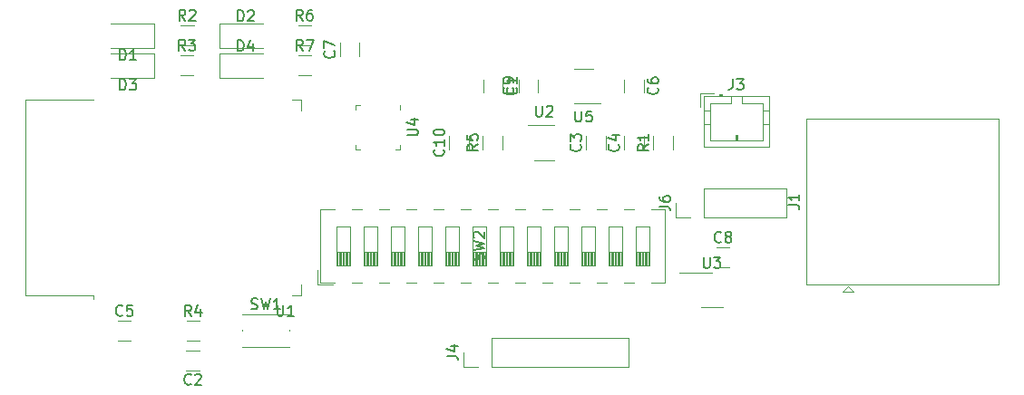
<source format=gbr>
G04 #@! TF.GenerationSoftware,KiCad,Pcbnew,5.1.5+dfsg1-2build2*
G04 #@! TF.CreationDate,2020-08-28T17:04:02+02:00*
G04 #@! TF.ProjectId,System Air,53797374-656d-4204-9169-722e6b696361,rev?*
G04 #@! TF.SameCoordinates,Original*
G04 #@! TF.FileFunction,Legend,Top*
G04 #@! TF.FilePolarity,Positive*
%FSLAX46Y46*%
G04 Gerber Fmt 4.6, Leading zero omitted, Abs format (unit mm)*
G04 Created by KiCad (PCBNEW 5.1.5+dfsg1-2build2) date 2020-08-28 17:04:02*
%MOMM*%
%LPD*%
G04 APERTURE LIST*
%ADD10C,0.120000*%
%ADD11C,0.150000*%
G04 APERTURE END LIST*
D10*
X148056600Y-101644533D02*
X149326600Y-101644533D01*
X149256600Y-102851200D02*
X149256600Y-101644533D01*
X149136600Y-102851200D02*
X149136600Y-101644533D01*
X149016600Y-102851200D02*
X149016600Y-101644533D01*
X148896600Y-102851200D02*
X148896600Y-101644533D01*
X148776600Y-102851200D02*
X148776600Y-101644533D01*
X148656600Y-102851200D02*
X148656600Y-101644533D01*
X148536600Y-102851200D02*
X148536600Y-101644533D01*
X148416600Y-102851200D02*
X148416600Y-101644533D01*
X148296600Y-102851200D02*
X148296600Y-101644533D01*
X148176600Y-102851200D02*
X148176600Y-101644533D01*
X148056600Y-99231200D02*
X148056600Y-102851200D01*
X149326600Y-99231200D02*
X148056600Y-99231200D01*
X149326600Y-102851200D02*
X149326600Y-99231200D01*
X148056600Y-102851200D02*
X149326600Y-102851200D01*
X145516600Y-101644533D02*
X146786600Y-101644533D01*
X146716600Y-102851200D02*
X146716600Y-101644533D01*
X146596600Y-102851200D02*
X146596600Y-101644533D01*
X146476600Y-102851200D02*
X146476600Y-101644533D01*
X146356600Y-102851200D02*
X146356600Y-101644533D01*
X146236600Y-102851200D02*
X146236600Y-101644533D01*
X146116600Y-102851200D02*
X146116600Y-101644533D01*
X145996600Y-102851200D02*
X145996600Y-101644533D01*
X145876600Y-102851200D02*
X145876600Y-101644533D01*
X145756600Y-102851200D02*
X145756600Y-101644533D01*
X145636600Y-102851200D02*
X145636600Y-101644533D01*
X145516600Y-99231200D02*
X145516600Y-102851200D01*
X146786600Y-99231200D02*
X145516600Y-99231200D01*
X146786600Y-102851200D02*
X146786600Y-99231200D01*
X145516600Y-102851200D02*
X146786600Y-102851200D01*
X142976600Y-101644533D02*
X144246600Y-101644533D01*
X144176600Y-102851200D02*
X144176600Y-101644533D01*
X144056600Y-102851200D02*
X144056600Y-101644533D01*
X143936600Y-102851200D02*
X143936600Y-101644533D01*
X143816600Y-102851200D02*
X143816600Y-101644533D01*
X143696600Y-102851200D02*
X143696600Y-101644533D01*
X143576600Y-102851200D02*
X143576600Y-101644533D01*
X143456600Y-102851200D02*
X143456600Y-101644533D01*
X143336600Y-102851200D02*
X143336600Y-101644533D01*
X143216600Y-102851200D02*
X143216600Y-101644533D01*
X143096600Y-102851200D02*
X143096600Y-101644533D01*
X142976600Y-99231200D02*
X142976600Y-102851200D01*
X144246600Y-99231200D02*
X142976600Y-99231200D01*
X144246600Y-102851200D02*
X144246600Y-99231200D01*
X142976600Y-102851200D02*
X144246600Y-102851200D01*
X140436600Y-101644533D02*
X141706600Y-101644533D01*
X141636600Y-102851200D02*
X141636600Y-101644533D01*
X141516600Y-102851200D02*
X141516600Y-101644533D01*
X141396600Y-102851200D02*
X141396600Y-101644533D01*
X141276600Y-102851200D02*
X141276600Y-101644533D01*
X141156600Y-102851200D02*
X141156600Y-101644533D01*
X141036600Y-102851200D02*
X141036600Y-101644533D01*
X140916600Y-102851200D02*
X140916600Y-101644533D01*
X140796600Y-102851200D02*
X140796600Y-101644533D01*
X140676600Y-102851200D02*
X140676600Y-101644533D01*
X140556600Y-102851200D02*
X140556600Y-101644533D01*
X140436600Y-99231200D02*
X140436600Y-102851200D01*
X141706600Y-99231200D02*
X140436600Y-99231200D01*
X141706600Y-102851200D02*
X141706600Y-99231200D01*
X140436600Y-102851200D02*
X141706600Y-102851200D01*
X137896600Y-101644533D02*
X139166600Y-101644533D01*
X139096600Y-102851200D02*
X139096600Y-101644533D01*
X138976600Y-102851200D02*
X138976600Y-101644533D01*
X138856600Y-102851200D02*
X138856600Y-101644533D01*
X138736600Y-102851200D02*
X138736600Y-101644533D01*
X138616600Y-102851200D02*
X138616600Y-101644533D01*
X138496600Y-102851200D02*
X138496600Y-101644533D01*
X138376600Y-102851200D02*
X138376600Y-101644533D01*
X138256600Y-102851200D02*
X138256600Y-101644533D01*
X138136600Y-102851200D02*
X138136600Y-101644533D01*
X138016600Y-102851200D02*
X138016600Y-101644533D01*
X137896600Y-99231200D02*
X137896600Y-102851200D01*
X139166600Y-99231200D02*
X137896600Y-99231200D01*
X139166600Y-102851200D02*
X139166600Y-99231200D01*
X137896600Y-102851200D02*
X139166600Y-102851200D01*
X135356600Y-101644533D02*
X136626600Y-101644533D01*
X136556600Y-102851200D02*
X136556600Y-101644533D01*
X136436600Y-102851200D02*
X136436600Y-101644533D01*
X136316600Y-102851200D02*
X136316600Y-101644533D01*
X136196600Y-102851200D02*
X136196600Y-101644533D01*
X136076600Y-102851200D02*
X136076600Y-101644533D01*
X135956600Y-102851200D02*
X135956600Y-101644533D01*
X135836600Y-102851200D02*
X135836600Y-101644533D01*
X135716600Y-102851200D02*
X135716600Y-101644533D01*
X135596600Y-102851200D02*
X135596600Y-101644533D01*
X135476600Y-102851200D02*
X135476600Y-101644533D01*
X135356600Y-99231200D02*
X135356600Y-102851200D01*
X136626600Y-99231200D02*
X135356600Y-99231200D01*
X136626600Y-102851200D02*
X136626600Y-99231200D01*
X135356600Y-102851200D02*
X136626600Y-102851200D01*
X132816600Y-101644533D02*
X134086600Y-101644533D01*
X134016600Y-102851200D02*
X134016600Y-101644533D01*
X133896600Y-102851200D02*
X133896600Y-101644533D01*
X133776600Y-102851200D02*
X133776600Y-101644533D01*
X133656600Y-102851200D02*
X133656600Y-101644533D01*
X133536600Y-102851200D02*
X133536600Y-101644533D01*
X133416600Y-102851200D02*
X133416600Y-101644533D01*
X133296600Y-102851200D02*
X133296600Y-101644533D01*
X133176600Y-102851200D02*
X133176600Y-101644533D01*
X133056600Y-102851200D02*
X133056600Y-101644533D01*
X132936600Y-102851200D02*
X132936600Y-101644533D01*
X132816600Y-99231200D02*
X132816600Y-102851200D01*
X134086600Y-99231200D02*
X132816600Y-99231200D01*
X134086600Y-102851200D02*
X134086600Y-99231200D01*
X132816600Y-102851200D02*
X134086600Y-102851200D01*
X130276600Y-101644533D02*
X131546600Y-101644533D01*
X131476600Y-102851200D02*
X131476600Y-101644533D01*
X131356600Y-102851200D02*
X131356600Y-101644533D01*
X131236600Y-102851200D02*
X131236600Y-101644533D01*
X131116600Y-102851200D02*
X131116600Y-101644533D01*
X130996600Y-102851200D02*
X130996600Y-101644533D01*
X130876600Y-102851200D02*
X130876600Y-101644533D01*
X130756600Y-102851200D02*
X130756600Y-101644533D01*
X130636600Y-102851200D02*
X130636600Y-101644533D01*
X130516600Y-102851200D02*
X130516600Y-101644533D01*
X130396600Y-102851200D02*
X130396600Y-101644533D01*
X130276600Y-99231200D02*
X130276600Y-102851200D01*
X131546600Y-99231200D02*
X130276600Y-99231200D01*
X131546600Y-102851200D02*
X131546600Y-99231200D01*
X130276600Y-102851200D02*
X131546600Y-102851200D01*
X127736600Y-101644533D02*
X129006600Y-101644533D01*
X128936600Y-102851200D02*
X128936600Y-101644533D01*
X128816600Y-102851200D02*
X128816600Y-101644533D01*
X128696600Y-102851200D02*
X128696600Y-101644533D01*
X128576600Y-102851200D02*
X128576600Y-101644533D01*
X128456600Y-102851200D02*
X128456600Y-101644533D01*
X128336600Y-102851200D02*
X128336600Y-101644533D01*
X128216600Y-102851200D02*
X128216600Y-101644533D01*
X128096600Y-102851200D02*
X128096600Y-101644533D01*
X127976600Y-102851200D02*
X127976600Y-101644533D01*
X127856600Y-102851200D02*
X127856600Y-101644533D01*
X127736600Y-99231200D02*
X127736600Y-102851200D01*
X129006600Y-99231200D02*
X127736600Y-99231200D01*
X129006600Y-102851200D02*
X129006600Y-99231200D01*
X127736600Y-102851200D02*
X129006600Y-102851200D01*
X125196600Y-101644533D02*
X126466600Y-101644533D01*
X126396600Y-102851200D02*
X126396600Y-101644533D01*
X126276600Y-102851200D02*
X126276600Y-101644533D01*
X126156600Y-102851200D02*
X126156600Y-101644533D01*
X126036600Y-102851200D02*
X126036600Y-101644533D01*
X125916600Y-102851200D02*
X125916600Y-101644533D01*
X125796600Y-102851200D02*
X125796600Y-101644533D01*
X125676600Y-102851200D02*
X125676600Y-101644533D01*
X125556600Y-102851200D02*
X125556600Y-101644533D01*
X125436600Y-102851200D02*
X125436600Y-101644533D01*
X125316600Y-102851200D02*
X125316600Y-101644533D01*
X125196600Y-99231200D02*
X125196600Y-102851200D01*
X126466600Y-99231200D02*
X125196600Y-99231200D01*
X126466600Y-102851200D02*
X126466600Y-99231200D01*
X125196600Y-102851200D02*
X126466600Y-102851200D01*
X122656600Y-101644533D02*
X123926600Y-101644533D01*
X123856600Y-102851200D02*
X123856600Y-101644533D01*
X123736600Y-102851200D02*
X123736600Y-101644533D01*
X123616600Y-102851200D02*
X123616600Y-101644533D01*
X123496600Y-102851200D02*
X123496600Y-101644533D01*
X123376600Y-102851200D02*
X123376600Y-101644533D01*
X123256600Y-102851200D02*
X123256600Y-101644533D01*
X123136600Y-102851200D02*
X123136600Y-101644533D01*
X123016600Y-102851200D02*
X123016600Y-101644533D01*
X122896600Y-102851200D02*
X122896600Y-101644533D01*
X122776600Y-102851200D02*
X122776600Y-101644533D01*
X122656600Y-99231200D02*
X122656600Y-102851200D01*
X123926600Y-99231200D02*
X122656600Y-99231200D01*
X123926600Y-102851200D02*
X123926600Y-99231200D01*
X122656600Y-102851200D02*
X123926600Y-102851200D01*
X120116600Y-101644533D02*
X121386600Y-101644533D01*
X121316600Y-102851200D02*
X121316600Y-101644533D01*
X121196600Y-102851200D02*
X121196600Y-101644533D01*
X121076600Y-102851200D02*
X121076600Y-101644533D01*
X120956600Y-102851200D02*
X120956600Y-101644533D01*
X120836600Y-102851200D02*
X120836600Y-101644533D01*
X120716600Y-102851200D02*
X120716600Y-101644533D01*
X120596600Y-102851200D02*
X120596600Y-101644533D01*
X120476600Y-102851200D02*
X120476600Y-101644533D01*
X120356600Y-102851200D02*
X120356600Y-101644533D01*
X120236600Y-102851200D02*
X120236600Y-101644533D01*
X120116600Y-99231200D02*
X120116600Y-102851200D01*
X121386600Y-99231200D02*
X120116600Y-99231200D01*
X121386600Y-102851200D02*
X121386600Y-99231200D01*
X120116600Y-102851200D02*
X121386600Y-102851200D01*
X118401600Y-104691200D02*
X119784600Y-104691200D01*
X118401600Y-104691200D02*
X118401600Y-103308200D01*
X121552600Y-97631200D02*
X122492600Y-97631200D01*
X118641600Y-97631200D02*
X119951600Y-97631200D01*
X124092600Y-97631200D02*
X125032600Y-97631200D01*
X126632600Y-97631200D02*
X127572600Y-97631200D01*
X129172600Y-97631200D02*
X130112600Y-97631200D01*
X131712600Y-97631200D02*
X132652600Y-97631200D01*
X134252600Y-97631200D02*
X135192600Y-97631200D01*
X136792600Y-97631200D02*
X137732600Y-97631200D01*
X139332600Y-97631200D02*
X140272600Y-97631200D01*
X141872600Y-97631200D02*
X142811600Y-97631200D01*
X144412600Y-97631200D02*
X145351600Y-97631200D01*
X146952600Y-97631200D02*
X147891600Y-97631200D01*
X149491600Y-97631200D02*
X150801600Y-97631200D01*
X149491600Y-104451200D02*
X150801600Y-104451200D01*
X146951600Y-104451200D02*
X147891600Y-104451200D01*
X144411600Y-104451200D02*
X145351600Y-104451200D01*
X141871600Y-104451200D02*
X142811600Y-104451200D01*
X139331600Y-104451200D02*
X140271600Y-104451200D01*
X136791600Y-104451200D02*
X137731600Y-104451200D01*
X134251600Y-104451200D02*
X135191600Y-104451200D01*
X131711600Y-104451200D02*
X132651600Y-104451200D01*
X129171600Y-104451200D02*
X130111600Y-104451200D01*
X126631600Y-104451200D02*
X127571600Y-104451200D01*
X124091600Y-104451200D02*
X125031600Y-104451200D01*
X121551600Y-104451200D02*
X122491600Y-104451200D01*
X118641600Y-104451200D02*
X119951600Y-104451200D01*
X150801600Y-104451200D02*
X150801600Y-97631200D01*
X118641600Y-104451200D02*
X118641600Y-97631200D01*
X135658104Y-85492794D02*
X135658104Y-86696922D01*
X133838104Y-85492794D02*
X133838104Y-86696922D01*
X107332864Y-112670000D02*
X106128736Y-112670000D01*
X107332864Y-110850000D02*
X106128736Y-110850000D01*
X143433862Y-92010068D02*
X143433862Y-90805940D01*
X145253862Y-92010068D02*
X145253862Y-90805940D01*
X148814862Y-92010068D02*
X148814862Y-90805940D01*
X146994862Y-92010068D02*
X146994862Y-90805940D01*
X99727936Y-109876000D02*
X100932064Y-109876000D01*
X99727936Y-108056000D02*
X100932064Y-108056000D01*
X148814862Y-85492794D02*
X148814862Y-86696922D01*
X146994862Y-85492794D02*
X146994862Y-86696922D01*
X122272400Y-83289064D02*
X122272400Y-82084936D01*
X120452400Y-83289064D02*
X120452400Y-82084936D01*
X155607936Y-101198000D02*
X156812064Y-101198000D01*
X155607936Y-103018000D02*
X156812064Y-103018000D01*
X138960104Y-86696922D02*
X138960104Y-85492794D01*
X137140104Y-86696922D02*
X137140104Y-85492794D01*
X132482000Y-92010068D02*
X132482000Y-90805940D01*
X130662000Y-92010068D02*
X130662000Y-90805940D01*
X99066000Y-82542000D02*
X103126000Y-82542000D01*
X103126000Y-82542000D02*
X103126000Y-80272000D01*
X103126000Y-80272000D02*
X99066000Y-80272000D01*
X109200332Y-82542000D02*
X113260332Y-82542000D01*
X109200332Y-80272000D02*
X109200332Y-82542000D01*
X113260332Y-80272000D02*
X109200332Y-80272000D01*
X103126000Y-83066000D02*
X99066000Y-83066000D01*
X103126000Y-85336000D02*
X103126000Y-83066000D01*
X99066000Y-85336000D02*
X103126000Y-85336000D01*
X113245332Y-83066000D02*
X109185332Y-83066000D01*
X109185332Y-83066000D02*
X109185332Y-85336000D01*
X109185332Y-85336000D02*
X113245332Y-85336000D01*
X168394000Y-105346000D02*
X167894000Y-104846000D01*
X167394000Y-105346000D02*
X168394000Y-105346000D01*
X167894000Y-104846000D02*
X167394000Y-105346000D01*
X181974000Y-104661000D02*
X181974000Y-89141000D01*
X164014000Y-89141000D02*
X181974000Y-89141000D01*
X164014000Y-89141000D02*
X164014000Y-104661000D01*
X164014000Y-104661000D02*
X181974000Y-104661000D01*
X154404000Y-87090000D02*
X154404000Y-91810000D01*
X154404000Y-91810000D02*
X160524000Y-91810000D01*
X160524000Y-91810000D02*
X160524000Y-87090000D01*
X160524000Y-87090000D02*
X154404000Y-87090000D01*
X156164000Y-87090000D02*
X156164000Y-86890000D01*
X156164000Y-86890000D02*
X155864000Y-86890000D01*
X155864000Y-86890000D02*
X155864000Y-87090000D01*
X156164000Y-86990000D02*
X155864000Y-86990000D01*
X156964000Y-87090000D02*
X156964000Y-87700000D01*
X156964000Y-87700000D02*
X155014000Y-87700000D01*
X155014000Y-87700000D02*
X155014000Y-91200000D01*
X155014000Y-91200000D02*
X159914000Y-91200000D01*
X159914000Y-91200000D02*
X159914000Y-87700000D01*
X159914000Y-87700000D02*
X157964000Y-87700000D01*
X157964000Y-87700000D02*
X157964000Y-87090000D01*
X154404000Y-88400000D02*
X155014000Y-88400000D01*
X154404000Y-89700000D02*
X155014000Y-89700000D01*
X160524000Y-88400000D02*
X159914000Y-88400000D01*
X160524000Y-89700000D02*
X159914000Y-89700000D01*
X157364000Y-91200000D02*
X157364000Y-90700000D01*
X157364000Y-90700000D02*
X157564000Y-90700000D01*
X157564000Y-90700000D02*
X157564000Y-91200000D01*
X157464000Y-91200000D02*
X157464000Y-90700000D01*
X155354000Y-86790000D02*
X154104000Y-86790000D01*
X154104000Y-86790000D02*
X154104000Y-88040000D01*
X147380000Y-112328000D02*
X147380000Y-109668000D01*
X134620000Y-112328000D02*
X147380000Y-112328000D01*
X134620000Y-109668000D02*
X147380000Y-109668000D01*
X134620000Y-112328000D02*
X134620000Y-109668000D01*
X133350000Y-112328000D02*
X132020000Y-112328000D01*
X132020000Y-112328000D02*
X132020000Y-110998000D01*
X162112000Y-98358000D02*
X162112000Y-95698000D01*
X154432000Y-98358000D02*
X162112000Y-98358000D01*
X154432000Y-95698000D02*
X162112000Y-95698000D01*
X154432000Y-98358000D02*
X154432000Y-95698000D01*
X153162000Y-98358000D02*
X151832000Y-98358000D01*
X151832000Y-98358000D02*
X151832000Y-97028000D01*
X149712000Y-92010068D02*
X149712000Y-90805940D01*
X151532000Y-92010068D02*
X151532000Y-90805940D01*
X105606102Y-82267000D02*
X106810230Y-82267000D01*
X105606102Y-80447000D02*
X106810230Y-80447000D01*
X105576102Y-83241000D02*
X106780230Y-83241000D01*
X105576102Y-85061000D02*
X106780230Y-85061000D01*
X106156936Y-108056000D02*
X107361064Y-108056000D01*
X106156936Y-109876000D02*
X107361064Y-109876000D01*
X135611862Y-92010068D02*
X135611862Y-90805940D01*
X133791862Y-92010068D02*
X133791862Y-90805940D01*
X116555436Y-80447000D02*
X117759564Y-80447000D01*
X116555436Y-82267000D02*
X117759564Y-82267000D01*
X116555436Y-85061000D02*
X117759564Y-85061000D01*
X116555436Y-83241000D02*
X117759564Y-83241000D01*
X115738000Y-109016000D02*
X115738000Y-108916000D01*
X111338000Y-110516000D02*
X115738000Y-110516000D01*
X115738000Y-107416000D02*
X111338000Y-107416000D01*
X111338000Y-109016000D02*
X111338000Y-108916000D01*
X116034000Y-105640000D02*
X116814000Y-105640000D01*
X116814000Y-105640000D02*
X116814000Y-104640000D01*
X116034000Y-87400000D02*
X116814000Y-87400000D01*
X116814000Y-87400000D02*
X116814000Y-88400000D01*
X91069000Y-105640000D02*
X91069000Y-87400000D01*
X91069000Y-87400000D02*
X97489000Y-87400000D01*
X91069000Y-105640000D02*
X97489000Y-105640000D01*
X97489000Y-105640000D02*
X97489000Y-106020000D01*
X138622862Y-93018004D02*
X140422862Y-93018004D01*
X140422862Y-89798004D02*
X137972862Y-89798004D01*
X156180000Y-106776000D02*
X154180000Y-106776000D01*
X155180000Y-103536000D02*
X152180000Y-103536000D01*
X126100100Y-91601800D02*
X126100100Y-92076800D01*
X126100100Y-92076800D02*
X125625100Y-92076800D01*
X121880100Y-88331800D02*
X121880100Y-87856800D01*
X121880100Y-87856800D02*
X122355100Y-87856800D01*
X121880100Y-91601800D02*
X121880100Y-92076800D01*
X121880100Y-92076800D02*
X122355100Y-92076800D01*
X126100100Y-88331800D02*
X126100100Y-87856800D01*
X144093604Y-84484858D02*
X142293604Y-84484858D01*
X142293604Y-87704858D02*
X144743604Y-87704858D01*
D11*
X133856361Y-102374533D02*
X133903980Y-102231676D01*
X133903980Y-101993580D01*
X133856361Y-101898342D01*
X133808742Y-101850723D01*
X133713504Y-101803104D01*
X133618266Y-101803104D01*
X133523028Y-101850723D01*
X133475409Y-101898342D01*
X133427790Y-101993580D01*
X133380171Y-102184057D01*
X133332552Y-102279295D01*
X133284933Y-102326914D01*
X133189695Y-102374533D01*
X133094457Y-102374533D01*
X132999219Y-102326914D01*
X132951600Y-102279295D01*
X132903980Y-102184057D01*
X132903980Y-101945961D01*
X132951600Y-101803104D01*
X132903980Y-101469771D02*
X133903980Y-101231676D01*
X133189695Y-101041200D01*
X133903980Y-100850723D01*
X132903980Y-100612628D01*
X132999219Y-100279295D02*
X132951600Y-100231676D01*
X132903980Y-100136438D01*
X132903980Y-99898342D01*
X132951600Y-99803104D01*
X132999219Y-99755485D01*
X133094457Y-99707866D01*
X133189695Y-99707866D01*
X133332552Y-99755485D01*
X133903980Y-100326914D01*
X133903980Y-99707866D01*
X136925246Y-86261524D02*
X136972865Y-86309143D01*
X137020484Y-86452000D01*
X137020484Y-86547238D01*
X136972865Y-86690096D01*
X136877627Y-86785334D01*
X136782389Y-86832953D01*
X136591913Y-86880572D01*
X136449056Y-86880572D01*
X136258580Y-86832953D01*
X136163342Y-86785334D01*
X136068104Y-86690096D01*
X136020484Y-86547238D01*
X136020484Y-86452000D01*
X136068104Y-86309143D01*
X136115723Y-86261524D01*
X137020484Y-85309143D02*
X137020484Y-85880572D01*
X137020484Y-85594858D02*
X136020484Y-85594858D01*
X136163342Y-85690096D01*
X136258580Y-85785334D01*
X136306199Y-85880572D01*
X106564133Y-113937142D02*
X106516514Y-113984761D01*
X106373657Y-114032380D01*
X106278419Y-114032380D01*
X106135561Y-113984761D01*
X106040323Y-113889523D01*
X105992704Y-113794285D01*
X105945085Y-113603809D01*
X105945085Y-113460952D01*
X105992704Y-113270476D01*
X106040323Y-113175238D01*
X106135561Y-113080000D01*
X106278419Y-113032380D01*
X106373657Y-113032380D01*
X106516514Y-113080000D01*
X106564133Y-113127619D01*
X106945085Y-113127619D02*
X106992704Y-113080000D01*
X107087942Y-113032380D01*
X107326038Y-113032380D01*
X107421276Y-113080000D01*
X107468895Y-113127619D01*
X107516514Y-113222857D01*
X107516514Y-113318095D01*
X107468895Y-113460952D01*
X106897466Y-114032380D01*
X107516514Y-114032380D01*
X142881004Y-91574670D02*
X142928623Y-91622289D01*
X142976242Y-91765146D01*
X142976242Y-91860384D01*
X142928623Y-92003242D01*
X142833385Y-92098480D01*
X142738147Y-92146099D01*
X142547671Y-92193718D01*
X142404814Y-92193718D01*
X142214338Y-92146099D01*
X142119100Y-92098480D01*
X142023862Y-92003242D01*
X141976242Y-91860384D01*
X141976242Y-91765146D01*
X142023862Y-91622289D01*
X142071481Y-91574670D01*
X141976242Y-91241337D02*
X141976242Y-90622289D01*
X142357195Y-90955623D01*
X142357195Y-90812765D01*
X142404814Y-90717527D01*
X142452433Y-90669908D01*
X142547671Y-90622289D01*
X142785766Y-90622289D01*
X142881004Y-90669908D01*
X142928623Y-90717527D01*
X142976242Y-90812765D01*
X142976242Y-91098480D01*
X142928623Y-91193718D01*
X142881004Y-91241337D01*
X146442004Y-91574670D02*
X146489623Y-91622289D01*
X146537242Y-91765146D01*
X146537242Y-91860384D01*
X146489623Y-92003242D01*
X146394385Y-92098480D01*
X146299147Y-92146099D01*
X146108671Y-92193718D01*
X145965814Y-92193718D01*
X145775338Y-92146099D01*
X145680100Y-92098480D01*
X145584862Y-92003242D01*
X145537242Y-91860384D01*
X145537242Y-91765146D01*
X145584862Y-91622289D01*
X145632481Y-91574670D01*
X145870576Y-90717527D02*
X146537242Y-90717527D01*
X145489623Y-90955623D02*
X146203909Y-91193718D01*
X146203909Y-90574670D01*
X100163333Y-107503142D02*
X100115714Y-107550761D01*
X99972857Y-107598380D01*
X99877619Y-107598380D01*
X99734761Y-107550761D01*
X99639523Y-107455523D01*
X99591904Y-107360285D01*
X99544285Y-107169809D01*
X99544285Y-107026952D01*
X99591904Y-106836476D01*
X99639523Y-106741238D01*
X99734761Y-106646000D01*
X99877619Y-106598380D01*
X99972857Y-106598380D01*
X100115714Y-106646000D01*
X100163333Y-106693619D01*
X101068095Y-106598380D02*
X100591904Y-106598380D01*
X100544285Y-107074571D01*
X100591904Y-107026952D01*
X100687142Y-106979333D01*
X100925238Y-106979333D01*
X101020476Y-107026952D01*
X101068095Y-107074571D01*
X101115714Y-107169809D01*
X101115714Y-107407904D01*
X101068095Y-107503142D01*
X101020476Y-107550761D01*
X100925238Y-107598380D01*
X100687142Y-107598380D01*
X100591904Y-107550761D01*
X100544285Y-107503142D01*
X150082004Y-86261524D02*
X150129623Y-86309143D01*
X150177242Y-86452000D01*
X150177242Y-86547238D01*
X150129623Y-86690096D01*
X150034385Y-86785334D01*
X149939147Y-86832953D01*
X149748671Y-86880572D01*
X149605814Y-86880572D01*
X149415338Y-86832953D01*
X149320100Y-86785334D01*
X149224862Y-86690096D01*
X149177242Y-86547238D01*
X149177242Y-86452000D01*
X149224862Y-86309143D01*
X149272481Y-86261524D01*
X149177242Y-85404381D02*
X149177242Y-85594858D01*
X149224862Y-85690096D01*
X149272481Y-85737715D01*
X149415338Y-85832953D01*
X149605814Y-85880572D01*
X149986766Y-85880572D01*
X150082004Y-85832953D01*
X150129623Y-85785334D01*
X150177242Y-85690096D01*
X150177242Y-85499619D01*
X150129623Y-85404381D01*
X150082004Y-85356762D01*
X149986766Y-85309143D01*
X149748671Y-85309143D01*
X149653433Y-85356762D01*
X149605814Y-85404381D01*
X149558195Y-85499619D01*
X149558195Y-85690096D01*
X149605814Y-85785334D01*
X149653433Y-85832953D01*
X149748671Y-85880572D01*
X119899542Y-82853666D02*
X119947161Y-82901285D01*
X119994780Y-83044142D01*
X119994780Y-83139380D01*
X119947161Y-83282238D01*
X119851923Y-83377476D01*
X119756685Y-83425095D01*
X119566209Y-83472714D01*
X119423352Y-83472714D01*
X119232876Y-83425095D01*
X119137638Y-83377476D01*
X119042400Y-83282238D01*
X118994780Y-83139380D01*
X118994780Y-83044142D01*
X119042400Y-82901285D01*
X119090019Y-82853666D01*
X118994780Y-82520333D02*
X118994780Y-81853666D01*
X119994780Y-82282238D01*
X156043333Y-100645142D02*
X155995714Y-100692761D01*
X155852857Y-100740380D01*
X155757619Y-100740380D01*
X155614761Y-100692761D01*
X155519523Y-100597523D01*
X155471904Y-100502285D01*
X155424285Y-100311809D01*
X155424285Y-100168952D01*
X155471904Y-99978476D01*
X155519523Y-99883238D01*
X155614761Y-99788000D01*
X155757619Y-99740380D01*
X155852857Y-99740380D01*
X155995714Y-99788000D01*
X156043333Y-99835619D01*
X156614761Y-100168952D02*
X156519523Y-100121333D01*
X156471904Y-100073714D01*
X156424285Y-99978476D01*
X156424285Y-99930857D01*
X156471904Y-99835619D01*
X156519523Y-99788000D01*
X156614761Y-99740380D01*
X156805238Y-99740380D01*
X156900476Y-99788000D01*
X156948095Y-99835619D01*
X156995714Y-99930857D01*
X156995714Y-99978476D01*
X156948095Y-100073714D01*
X156900476Y-100121333D01*
X156805238Y-100168952D01*
X156614761Y-100168952D01*
X156519523Y-100216571D01*
X156471904Y-100264190D01*
X156424285Y-100359428D01*
X156424285Y-100549904D01*
X156471904Y-100645142D01*
X156519523Y-100692761D01*
X156614761Y-100740380D01*
X156805238Y-100740380D01*
X156900476Y-100692761D01*
X156948095Y-100645142D01*
X156995714Y-100549904D01*
X156995714Y-100359428D01*
X156948095Y-100264190D01*
X156900476Y-100216571D01*
X156805238Y-100168952D01*
X136587246Y-86261524D02*
X136634865Y-86309143D01*
X136682484Y-86452000D01*
X136682484Y-86547238D01*
X136634865Y-86690096D01*
X136539627Y-86785334D01*
X136444389Y-86832953D01*
X136253913Y-86880572D01*
X136111056Y-86880572D01*
X135920580Y-86832953D01*
X135825342Y-86785334D01*
X135730104Y-86690096D01*
X135682484Y-86547238D01*
X135682484Y-86452000D01*
X135730104Y-86309143D01*
X135777723Y-86261524D01*
X136682484Y-85785334D02*
X136682484Y-85594858D01*
X136634865Y-85499619D01*
X136587246Y-85452000D01*
X136444389Y-85356762D01*
X136253913Y-85309143D01*
X135872961Y-85309143D01*
X135777723Y-85356762D01*
X135730104Y-85404381D01*
X135682484Y-85499619D01*
X135682484Y-85690096D01*
X135730104Y-85785334D01*
X135777723Y-85832953D01*
X135872961Y-85880572D01*
X136111056Y-85880572D01*
X136206294Y-85832953D01*
X136253913Y-85785334D01*
X136301532Y-85690096D01*
X136301532Y-85499619D01*
X136253913Y-85404381D01*
X136206294Y-85356762D01*
X136111056Y-85309143D01*
X130109142Y-92050861D02*
X130156761Y-92098480D01*
X130204380Y-92241337D01*
X130204380Y-92336575D01*
X130156761Y-92479432D01*
X130061523Y-92574670D01*
X129966285Y-92622289D01*
X129775809Y-92669908D01*
X129632952Y-92669908D01*
X129442476Y-92622289D01*
X129347238Y-92574670D01*
X129252000Y-92479432D01*
X129204380Y-92336575D01*
X129204380Y-92241337D01*
X129252000Y-92098480D01*
X129299619Y-92050861D01*
X130204380Y-91098480D02*
X130204380Y-91669908D01*
X130204380Y-91384194D02*
X129204380Y-91384194D01*
X129347238Y-91479432D01*
X129442476Y-91574670D01*
X129490095Y-91669908D01*
X129204380Y-90479432D02*
X129204380Y-90384194D01*
X129252000Y-90288956D01*
X129299619Y-90241337D01*
X129394857Y-90193718D01*
X129585333Y-90146099D01*
X129823428Y-90146099D01*
X130013904Y-90193718D01*
X130109142Y-90241337D01*
X130156761Y-90288956D01*
X130204380Y-90384194D01*
X130204380Y-90479432D01*
X130156761Y-90574670D01*
X130109142Y-90622289D01*
X130013904Y-90669908D01*
X129823428Y-90717527D01*
X129585333Y-90717527D01*
X129394857Y-90669908D01*
X129299619Y-90622289D01*
X129252000Y-90574670D01*
X129204380Y-90479432D01*
X99927904Y-83679380D02*
X99927904Y-82679380D01*
X100166000Y-82679380D01*
X100308857Y-82727000D01*
X100404095Y-82822238D01*
X100451714Y-82917476D01*
X100499333Y-83107952D01*
X100499333Y-83250809D01*
X100451714Y-83441285D01*
X100404095Y-83536523D01*
X100308857Y-83631761D01*
X100166000Y-83679380D01*
X99927904Y-83679380D01*
X101451714Y-83679380D02*
X100880285Y-83679380D01*
X101166000Y-83679380D02*
X101166000Y-82679380D01*
X101070761Y-82822238D01*
X100975523Y-82917476D01*
X100880285Y-82965095D01*
X110922236Y-80039380D02*
X110922236Y-79039380D01*
X111160332Y-79039380D01*
X111303189Y-79087000D01*
X111398427Y-79182238D01*
X111446046Y-79277476D01*
X111493665Y-79467952D01*
X111493665Y-79610809D01*
X111446046Y-79801285D01*
X111398427Y-79896523D01*
X111303189Y-79991761D01*
X111160332Y-80039380D01*
X110922236Y-80039380D01*
X111874617Y-79134619D02*
X111922236Y-79087000D01*
X112017474Y-79039380D01*
X112255570Y-79039380D01*
X112350808Y-79087000D01*
X112398427Y-79134619D01*
X112446046Y-79229857D01*
X112446046Y-79325095D01*
X112398427Y-79467952D01*
X111826998Y-80039380D01*
X112446046Y-80039380D01*
X99927904Y-86473380D02*
X99927904Y-85473380D01*
X100166000Y-85473380D01*
X100308857Y-85521000D01*
X100404095Y-85616238D01*
X100451714Y-85711476D01*
X100499333Y-85901952D01*
X100499333Y-86044809D01*
X100451714Y-86235285D01*
X100404095Y-86330523D01*
X100308857Y-86425761D01*
X100166000Y-86473380D01*
X99927904Y-86473380D01*
X100832666Y-85473380D02*
X101451714Y-85473380D01*
X101118380Y-85854333D01*
X101261238Y-85854333D01*
X101356476Y-85901952D01*
X101404095Y-85949571D01*
X101451714Y-86044809D01*
X101451714Y-86282904D01*
X101404095Y-86378142D01*
X101356476Y-86425761D01*
X101261238Y-86473380D01*
X100975523Y-86473380D01*
X100880285Y-86425761D01*
X100832666Y-86378142D01*
X110907236Y-82833380D02*
X110907236Y-81833380D01*
X111145332Y-81833380D01*
X111288189Y-81881000D01*
X111383427Y-81976238D01*
X111431046Y-82071476D01*
X111478665Y-82261952D01*
X111478665Y-82404809D01*
X111431046Y-82595285D01*
X111383427Y-82690523D01*
X111288189Y-82785761D01*
X111145332Y-82833380D01*
X110907236Y-82833380D01*
X112335808Y-82166714D02*
X112335808Y-82833380D01*
X112097712Y-81785761D02*
X111859617Y-82500047D01*
X112478665Y-82500047D01*
X162346380Y-97234333D02*
X163060666Y-97234333D01*
X163203523Y-97281952D01*
X163298761Y-97377190D01*
X163346380Y-97520047D01*
X163346380Y-97615285D01*
X163346380Y-96234333D02*
X163346380Y-96805761D01*
X163346380Y-96520047D02*
X162346380Y-96520047D01*
X162489238Y-96615285D01*
X162584476Y-96710523D01*
X162632095Y-96805761D01*
X157130666Y-85452380D02*
X157130666Y-86166666D01*
X157083047Y-86309523D01*
X156987809Y-86404761D01*
X156844952Y-86452380D01*
X156749714Y-86452380D01*
X157511619Y-85452380D02*
X158130666Y-85452380D01*
X157797333Y-85833333D01*
X157940190Y-85833333D01*
X158035428Y-85880952D01*
X158083047Y-85928571D01*
X158130666Y-86023809D01*
X158130666Y-86261904D01*
X158083047Y-86357142D01*
X158035428Y-86404761D01*
X157940190Y-86452380D01*
X157654476Y-86452380D01*
X157559238Y-86404761D01*
X157511619Y-86357142D01*
X130472380Y-111331333D02*
X131186666Y-111331333D01*
X131329523Y-111378952D01*
X131424761Y-111474190D01*
X131472380Y-111617047D01*
X131472380Y-111712285D01*
X130805714Y-110426571D02*
X131472380Y-110426571D01*
X130424761Y-110664666D02*
X131139047Y-110902761D01*
X131139047Y-110283714D01*
X150284380Y-97361333D02*
X150998666Y-97361333D01*
X151141523Y-97408952D01*
X151236761Y-97504190D01*
X151284380Y-97647047D01*
X151284380Y-97742285D01*
X150284380Y-96456571D02*
X150284380Y-96647047D01*
X150332000Y-96742285D01*
X150379619Y-96789904D01*
X150522476Y-96885142D01*
X150712952Y-96932761D01*
X151093904Y-96932761D01*
X151189142Y-96885142D01*
X151236761Y-96837523D01*
X151284380Y-96742285D01*
X151284380Y-96551809D01*
X151236761Y-96456571D01*
X151189142Y-96408952D01*
X151093904Y-96361333D01*
X150855809Y-96361333D01*
X150760571Y-96408952D01*
X150712952Y-96456571D01*
X150665333Y-96551809D01*
X150665333Y-96742285D01*
X150712952Y-96837523D01*
X150760571Y-96885142D01*
X150855809Y-96932761D01*
X149254380Y-91574670D02*
X148778190Y-91908004D01*
X149254380Y-92146099D02*
X148254380Y-92146099D01*
X148254380Y-91765146D01*
X148302000Y-91669908D01*
X148349619Y-91622289D01*
X148444857Y-91574670D01*
X148587714Y-91574670D01*
X148682952Y-91622289D01*
X148730571Y-91669908D01*
X148778190Y-91765146D01*
X148778190Y-92146099D01*
X149254380Y-90622289D02*
X149254380Y-91193718D01*
X149254380Y-90908004D02*
X148254380Y-90908004D01*
X148397238Y-91003242D01*
X148492476Y-91098480D01*
X148540095Y-91193718D01*
X106041499Y-79989380D02*
X105708166Y-79513190D01*
X105470070Y-79989380D02*
X105470070Y-78989380D01*
X105851023Y-78989380D01*
X105946261Y-79037000D01*
X105993880Y-79084619D01*
X106041499Y-79179857D01*
X106041499Y-79322714D01*
X105993880Y-79417952D01*
X105946261Y-79465571D01*
X105851023Y-79513190D01*
X105470070Y-79513190D01*
X106422451Y-79084619D02*
X106470070Y-79037000D01*
X106565308Y-78989380D01*
X106803404Y-78989380D01*
X106898642Y-79037000D01*
X106946261Y-79084619D01*
X106993880Y-79179857D01*
X106993880Y-79275095D01*
X106946261Y-79417952D01*
X106374832Y-79989380D01*
X106993880Y-79989380D01*
X106011499Y-82783380D02*
X105678166Y-82307190D01*
X105440070Y-82783380D02*
X105440070Y-81783380D01*
X105821023Y-81783380D01*
X105916261Y-81831000D01*
X105963880Y-81878619D01*
X106011499Y-81973857D01*
X106011499Y-82116714D01*
X105963880Y-82211952D01*
X105916261Y-82259571D01*
X105821023Y-82307190D01*
X105440070Y-82307190D01*
X106344832Y-81783380D02*
X106963880Y-81783380D01*
X106630546Y-82164333D01*
X106773404Y-82164333D01*
X106868642Y-82211952D01*
X106916261Y-82259571D01*
X106963880Y-82354809D01*
X106963880Y-82592904D01*
X106916261Y-82688142D01*
X106868642Y-82735761D01*
X106773404Y-82783380D01*
X106487689Y-82783380D01*
X106392451Y-82735761D01*
X106344832Y-82688142D01*
X106592333Y-107598380D02*
X106259000Y-107122190D01*
X106020904Y-107598380D02*
X106020904Y-106598380D01*
X106401857Y-106598380D01*
X106497095Y-106646000D01*
X106544714Y-106693619D01*
X106592333Y-106788857D01*
X106592333Y-106931714D01*
X106544714Y-107026952D01*
X106497095Y-107074571D01*
X106401857Y-107122190D01*
X106020904Y-107122190D01*
X107449476Y-106931714D02*
X107449476Y-107598380D01*
X107211380Y-106550761D02*
X106973285Y-107265047D01*
X107592333Y-107265047D01*
X133334242Y-91574670D02*
X132858052Y-91908004D01*
X133334242Y-92146099D02*
X132334242Y-92146099D01*
X132334242Y-91765146D01*
X132381862Y-91669908D01*
X132429481Y-91622289D01*
X132524719Y-91574670D01*
X132667576Y-91574670D01*
X132762814Y-91622289D01*
X132810433Y-91669908D01*
X132858052Y-91765146D01*
X132858052Y-92146099D01*
X132334242Y-90669908D02*
X132334242Y-91146099D01*
X132810433Y-91193718D01*
X132762814Y-91146099D01*
X132715195Y-91050861D01*
X132715195Y-90812765D01*
X132762814Y-90717527D01*
X132810433Y-90669908D01*
X132905671Y-90622289D01*
X133143766Y-90622289D01*
X133239004Y-90669908D01*
X133286623Y-90717527D01*
X133334242Y-90812765D01*
X133334242Y-91050861D01*
X133286623Y-91146099D01*
X133239004Y-91193718D01*
X116990833Y-79989380D02*
X116657500Y-79513190D01*
X116419404Y-79989380D02*
X116419404Y-78989380D01*
X116800357Y-78989380D01*
X116895595Y-79037000D01*
X116943214Y-79084619D01*
X116990833Y-79179857D01*
X116990833Y-79322714D01*
X116943214Y-79417952D01*
X116895595Y-79465571D01*
X116800357Y-79513190D01*
X116419404Y-79513190D01*
X117847976Y-78989380D02*
X117657500Y-78989380D01*
X117562261Y-79037000D01*
X117514642Y-79084619D01*
X117419404Y-79227476D01*
X117371785Y-79417952D01*
X117371785Y-79798904D01*
X117419404Y-79894142D01*
X117467023Y-79941761D01*
X117562261Y-79989380D01*
X117752738Y-79989380D01*
X117847976Y-79941761D01*
X117895595Y-79894142D01*
X117943214Y-79798904D01*
X117943214Y-79560809D01*
X117895595Y-79465571D01*
X117847976Y-79417952D01*
X117752738Y-79370333D01*
X117562261Y-79370333D01*
X117467023Y-79417952D01*
X117419404Y-79465571D01*
X117371785Y-79560809D01*
X116990833Y-82783380D02*
X116657500Y-82307190D01*
X116419404Y-82783380D02*
X116419404Y-81783380D01*
X116800357Y-81783380D01*
X116895595Y-81831000D01*
X116943214Y-81878619D01*
X116990833Y-81973857D01*
X116990833Y-82116714D01*
X116943214Y-82211952D01*
X116895595Y-82259571D01*
X116800357Y-82307190D01*
X116419404Y-82307190D01*
X117324166Y-81783380D02*
X117990833Y-81783380D01*
X117562261Y-82783380D01*
X112204666Y-106920761D02*
X112347523Y-106968380D01*
X112585619Y-106968380D01*
X112680857Y-106920761D01*
X112728476Y-106873142D01*
X112776095Y-106777904D01*
X112776095Y-106682666D01*
X112728476Y-106587428D01*
X112680857Y-106539809D01*
X112585619Y-106492190D01*
X112395142Y-106444571D01*
X112299904Y-106396952D01*
X112252285Y-106349333D01*
X112204666Y-106254095D01*
X112204666Y-106158857D01*
X112252285Y-106063619D01*
X112299904Y-106016000D01*
X112395142Y-105968380D01*
X112633238Y-105968380D01*
X112776095Y-106016000D01*
X113109428Y-105968380D02*
X113347523Y-106968380D01*
X113538000Y-106254095D01*
X113728476Y-106968380D01*
X113966571Y-105968380D01*
X114871333Y-106968380D02*
X114299904Y-106968380D01*
X114585619Y-106968380D02*
X114585619Y-105968380D01*
X114490380Y-106111238D01*
X114395142Y-106206476D01*
X114299904Y-106254095D01*
X114602095Y-106582380D02*
X114602095Y-107391904D01*
X114649714Y-107487142D01*
X114697333Y-107534761D01*
X114792571Y-107582380D01*
X114983047Y-107582380D01*
X115078285Y-107534761D01*
X115125904Y-107487142D01*
X115173523Y-107391904D01*
X115173523Y-106582380D01*
X116173523Y-107582380D02*
X115602095Y-107582380D01*
X115887809Y-107582380D02*
X115887809Y-106582380D01*
X115792571Y-106725238D01*
X115697333Y-106820476D01*
X115602095Y-106868095D01*
X138760957Y-87960384D02*
X138760957Y-88769908D01*
X138808576Y-88865146D01*
X138856195Y-88912765D01*
X138951433Y-88960384D01*
X139141909Y-88960384D01*
X139237147Y-88912765D01*
X139284766Y-88865146D01*
X139332385Y-88769908D01*
X139332385Y-87960384D01*
X139760957Y-88055623D02*
X139808576Y-88008004D01*
X139903814Y-87960384D01*
X140141909Y-87960384D01*
X140237147Y-88008004D01*
X140284766Y-88055623D01*
X140332385Y-88150861D01*
X140332385Y-88246099D01*
X140284766Y-88388956D01*
X139713338Y-88960384D01*
X140332385Y-88960384D01*
X154418095Y-102108380D02*
X154418095Y-102917904D01*
X154465714Y-103013142D01*
X154513333Y-103060761D01*
X154608571Y-103108380D01*
X154799047Y-103108380D01*
X154894285Y-103060761D01*
X154941904Y-103013142D01*
X154989523Y-102917904D01*
X154989523Y-102108380D01*
X155370476Y-102108380D02*
X155989523Y-102108380D01*
X155656190Y-102489333D01*
X155799047Y-102489333D01*
X155894285Y-102536952D01*
X155941904Y-102584571D01*
X155989523Y-102679809D01*
X155989523Y-102917904D01*
X155941904Y-103013142D01*
X155894285Y-103060761D01*
X155799047Y-103108380D01*
X155513333Y-103108380D01*
X155418095Y-103060761D01*
X155370476Y-103013142D01*
X126742480Y-90728704D02*
X127552004Y-90728704D01*
X127647242Y-90681085D01*
X127694861Y-90633466D01*
X127742480Y-90538228D01*
X127742480Y-90347752D01*
X127694861Y-90252514D01*
X127647242Y-90204895D01*
X127552004Y-90157276D01*
X126742480Y-90157276D01*
X127075814Y-89252514D02*
X127742480Y-89252514D01*
X126694861Y-89490609D02*
X127409147Y-89728704D01*
X127409147Y-89109657D01*
X142431699Y-88447238D02*
X142431699Y-89256762D01*
X142479318Y-89352000D01*
X142526937Y-89399619D01*
X142622175Y-89447238D01*
X142812651Y-89447238D01*
X142907889Y-89399619D01*
X142955508Y-89352000D01*
X143003127Y-89256762D01*
X143003127Y-88447238D01*
X143955508Y-88447238D02*
X143479318Y-88447238D01*
X143431699Y-88923429D01*
X143479318Y-88875810D01*
X143574556Y-88828191D01*
X143812651Y-88828191D01*
X143907889Y-88875810D01*
X143955508Y-88923429D01*
X144003127Y-89018667D01*
X144003127Y-89256762D01*
X143955508Y-89352000D01*
X143907889Y-89399619D01*
X143812651Y-89447238D01*
X143574556Y-89447238D01*
X143479318Y-89399619D01*
X143431699Y-89352000D01*
M02*

</source>
